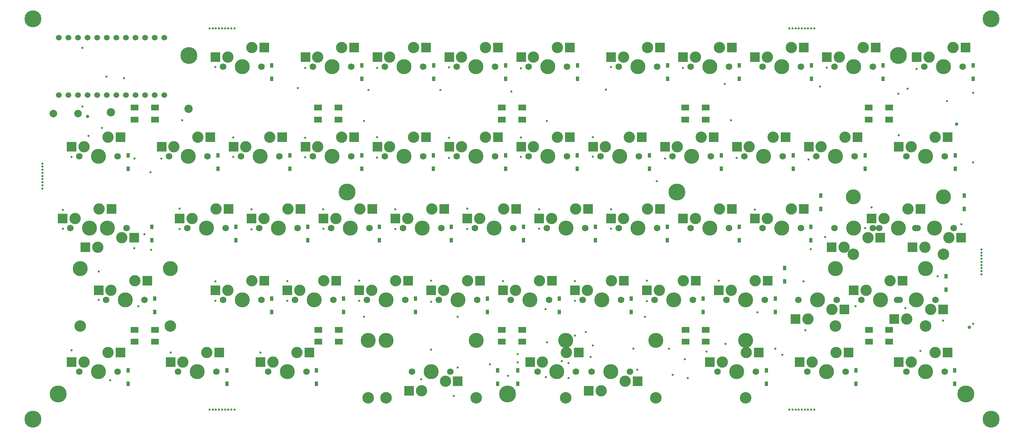
<source format=gbs>
G04 #@! TF.GenerationSoftware,KiCad,Pcbnew,(5.1.9-0-10_14)*
G04 #@! TF.CreationDate,2021-12-01T15:49:55+09:00*
G04 #@! TF.ProjectId,reviung53,72657669-756e-4673-9533-2e6b69636164,1*
G04 #@! TF.SameCoordinates,PX1c9c380PY1c9c380*
G04 #@! TF.FileFunction,Soldermask,Bot*
G04 #@! TF.FilePolarity,Negative*
%FSLAX46Y46*%
G04 Gerber Fmt 4.6, Leading zero omitted, Abs format (unit mm)*
G04 Created by KiCad (PCBNEW (5.1.9-0-10_14)) date 2021-12-01 15:49:55*
%MOMM*%
%LPD*%
G01*
G04 APERTURE LIST*
%ADD10C,4.500000*%
%ADD11C,2.200000*%
%ADD12C,3.000000*%
%ADD13C,3.987800*%
%ADD14C,1.750000*%
%ADD15R,2.550000X2.500000*%
%ADD16C,3.048000*%
%ADD17C,0.600000*%
%ADD18C,1.524000*%
%ADD19R,0.950000X1.300000*%
%ADD20C,2.000000*%
%ADD21R,2.000000X1.500000*%
%ADD22C,0.900000*%
G04 APERTURE END LIST*
D10*
X80130000Y-42880000D03*
X3590000Y-96420000D03*
X244030000Y-96420000D03*
X226200000Y-6600000D03*
X38180000Y-6600000D03*
D11*
X17540000Y-21690000D03*
D10*
X122590000Y-96420000D03*
X167500000Y-42870000D03*
D12*
X99816250Y-95592500D03*
D13*
X102356250Y-90512500D03*
D12*
X106166250Y-93052500D03*
D14*
X107436250Y-90512500D03*
X97276250Y-90512500D03*
D15*
X109441250Y-93052500D03*
X96514250Y-95592500D03*
D16*
X90418250Y-97497500D03*
X114294250Y-97497500D03*
D13*
X90418250Y-82257500D03*
X114294250Y-82257500D03*
D17*
X248190000Y-64700000D03*
X248200000Y-58100000D03*
X248200000Y-63875000D03*
X248200000Y-61400000D03*
X248200000Y-60575000D03*
X248200000Y-59750000D03*
X248200000Y-58925000D03*
X248200000Y-62225000D03*
X248200000Y-63050000D03*
X-590000Y-35300000D03*
X-600000Y-41900000D03*
X-600000Y-36125000D03*
X-600000Y-38600000D03*
X-600000Y-39425000D03*
X-600000Y-40250000D03*
X-600000Y-41075000D03*
X-600000Y-37775000D03*
X-600000Y-36950000D03*
X50300000Y-100610000D03*
X43700000Y-100600000D03*
X49475000Y-100600000D03*
X47000000Y-100600000D03*
X46175000Y-100600000D03*
X45350000Y-100600000D03*
X44525000Y-100600000D03*
X47825000Y-100600000D03*
X48650000Y-100600000D03*
X203900000Y-100610000D03*
X197300000Y-100600000D03*
X203075000Y-100600000D03*
X200600000Y-100600000D03*
X199775000Y-100600000D03*
X198950000Y-100600000D03*
X198125000Y-100600000D03*
X201425000Y-100600000D03*
X202250000Y-100600000D03*
X203900000Y590000D03*
X197300000Y600000D03*
X203075000Y600000D03*
X200600000Y600000D03*
X199775000Y600000D03*
X198950000Y600000D03*
X198125000Y600000D03*
X201425000Y600000D03*
X202250000Y600000D03*
X50300000Y590000D03*
X43700000Y600000D03*
X49475000Y600000D03*
X47000000Y600000D03*
X46175000Y600000D03*
X45350000Y600000D03*
X44525000Y600000D03*
X47825000Y600000D03*
X48650000Y600000D03*
D12*
X112040000Y-66382500D03*
D13*
X109500000Y-71462500D03*
D12*
X105690000Y-68922500D03*
D14*
X104420000Y-71462500D03*
X114580000Y-71462500D03*
D15*
X102415000Y-68922500D03*
X115342000Y-66382500D03*
D10*
X250720000Y3080000D03*
X250730000Y-103120000D03*
X-3120000Y-103120000D03*
X-3120000Y3080000D03*
D11*
X38160000Y-20720000D03*
D18*
X3712000Y-17118600D03*
X6252000Y-17118600D03*
X8792000Y-17118600D03*
X11332000Y-17118600D03*
X13872000Y-17118600D03*
X16412000Y-17118600D03*
X18952000Y-17118600D03*
X21492000Y-17118600D03*
X24032000Y-17118600D03*
X26572000Y-17118600D03*
X29112000Y-17118600D03*
X31652000Y-17118600D03*
X31652000Y-1898600D03*
X29112000Y-1898600D03*
X26572000Y-1898600D03*
X24032000Y-1898600D03*
X21492000Y-1898600D03*
X18952000Y-1898600D03*
X16412000Y-1898600D03*
X13872000Y-1898600D03*
X11332000Y-1898600D03*
X8792000Y-1898600D03*
X6252000Y-1898600D03*
X3712000Y-1898600D03*
D19*
X60150000Y-9225000D03*
X60150000Y-12775000D03*
X84000000Y-9225000D03*
X84000000Y-12775000D03*
X103100000Y-9225000D03*
X103100000Y-12775000D03*
X122100000Y-9225000D03*
X122100000Y-12775000D03*
X141150000Y-9225000D03*
X141150000Y-12775000D03*
X165000000Y-9225000D03*
X165000000Y-12775000D03*
X22100000Y-33125000D03*
X22100000Y-36675000D03*
X45950000Y-33125000D03*
X45950000Y-36675000D03*
X64950000Y-33125000D03*
X64950000Y-36675000D03*
X84000000Y-33125000D03*
X84000000Y-36675000D03*
X103000000Y-33125000D03*
X103000000Y-36675000D03*
X122100000Y-33125000D03*
X122100000Y-36675000D03*
X141100000Y-33125000D03*
X141100000Y-36675000D03*
X160200000Y-33125000D03*
X160200000Y-36675000D03*
X50650000Y-52075000D03*
X50650000Y-55625000D03*
X69700000Y-52075000D03*
X69700000Y-55625000D03*
X88700000Y-52075000D03*
X88700000Y-55625000D03*
X107750000Y-52075000D03*
X107750000Y-55625000D03*
X126850000Y-52075000D03*
X126850000Y-55625000D03*
X145900000Y-52075000D03*
X145900000Y-55625000D03*
X164950000Y-52075000D03*
X164950000Y-55625000D03*
X28380000Y-52075000D03*
X28380000Y-55625000D03*
X29150000Y-71175000D03*
X29150000Y-74725000D03*
X60100000Y-71175000D03*
X60100000Y-74725000D03*
X79200000Y-71175000D03*
X79200000Y-74725000D03*
X98200000Y-71175000D03*
X98200000Y-74725000D03*
X117250000Y-71175000D03*
X117250000Y-74725000D03*
X136300000Y-71175000D03*
X136300000Y-74725000D03*
X155400000Y-71175000D03*
X155400000Y-74725000D03*
X174450000Y-71175000D03*
X174450000Y-74725000D03*
X184000000Y-9225000D03*
X184000000Y-12775000D03*
X203100000Y-9225000D03*
X203100000Y-12775000D03*
X222100000Y-9225000D03*
X222100000Y-12775000D03*
X245950000Y-9225000D03*
X245950000Y-12775000D03*
X179250000Y-33125000D03*
X179250000Y-36675000D03*
X198350000Y-33125000D03*
X198350000Y-36675000D03*
X217350000Y-33125000D03*
X217350000Y-36675000D03*
X241250000Y-33125000D03*
X241250000Y-36675000D03*
X184000000Y-52075000D03*
X184000000Y-55625000D03*
X203000000Y-52075000D03*
X203000000Y-55625000D03*
X243600000Y-43825000D03*
X243600000Y-47375000D03*
X193550000Y-71175000D03*
X193550000Y-74725000D03*
X238800000Y-65225000D03*
X238800000Y-68775000D03*
X205600000Y-43825000D03*
X205600000Y-47375000D03*
X196000000Y-63025000D03*
X196000000Y-66575000D03*
X22130000Y-90225000D03*
X22130000Y-93775000D03*
X48290000Y-90225000D03*
X48290000Y-93775000D03*
X72000000Y-90225000D03*
X72000000Y-93775000D03*
X120000000Y-90225000D03*
X120000000Y-93775000D03*
X191200000Y-90225000D03*
X191200000Y-93775000D03*
X214950000Y-90225000D03*
X214950000Y-93775000D03*
X241100000Y-90225000D03*
X241100000Y-93775000D03*
X125350000Y-90225000D03*
X125350000Y-93775000D03*
D20*
X2350000Y-22000000D03*
X8850000Y-22000000D03*
D21*
X29250000Y-20450000D03*
X29250000Y-23650000D03*
X23850000Y-20450000D03*
X23850000Y-23650000D03*
X77850000Y-20450000D03*
X77850000Y-23650000D03*
X72450000Y-20450000D03*
X72450000Y-23650000D03*
X126500000Y-20450000D03*
X126500000Y-23650000D03*
X121100000Y-20450000D03*
X121100000Y-23650000D03*
X175100000Y-20450000D03*
X175100000Y-23650000D03*
X169700000Y-20450000D03*
X169700000Y-23650000D03*
X223700000Y-20450000D03*
X223700000Y-23650000D03*
X218300000Y-20450000D03*
X218300000Y-23650000D03*
X223750000Y-79400000D03*
X223750000Y-82600000D03*
X218350000Y-79400000D03*
X218350000Y-82600000D03*
X175150000Y-79400000D03*
X175150000Y-82600000D03*
X169750000Y-79400000D03*
X169750000Y-82600000D03*
X126500000Y-79400000D03*
X126500000Y-82600000D03*
X121100000Y-79400000D03*
X121100000Y-82600000D03*
X77900000Y-79400000D03*
X77900000Y-82600000D03*
X72500000Y-79400000D03*
X72500000Y-82600000D03*
X29250000Y-79400000D03*
X29250000Y-82600000D03*
X23850000Y-79400000D03*
X23850000Y-82600000D03*
D12*
X54890000Y-4470000D03*
D13*
X52350000Y-9550000D03*
D12*
X48540000Y-7010000D03*
D14*
X47270000Y-9550000D03*
X57430000Y-9550000D03*
D15*
X45265000Y-7010000D03*
X58192000Y-4470000D03*
D12*
X78702500Y-4470000D03*
D13*
X76162500Y-9550000D03*
D12*
X72352500Y-7010000D03*
D14*
X71082500Y-9550000D03*
X81242500Y-9550000D03*
D15*
X69077500Y-7010000D03*
X82004500Y-4470000D03*
D12*
X97752500Y-4470000D03*
D13*
X95212500Y-9550000D03*
D12*
X91402500Y-7010000D03*
D14*
X90132500Y-9550000D03*
X100292500Y-9550000D03*
D15*
X88127500Y-7010000D03*
X101054500Y-4470000D03*
D12*
X116802500Y-4470000D03*
D13*
X114262500Y-9550000D03*
D12*
X110452500Y-7010000D03*
D14*
X109182500Y-9550000D03*
X119342500Y-9550000D03*
D15*
X107177500Y-7010000D03*
X120104500Y-4470000D03*
D12*
X135852500Y-4470000D03*
D13*
X133312500Y-9550000D03*
D12*
X129502500Y-7010000D03*
D14*
X128232500Y-9550000D03*
X138392500Y-9550000D03*
D15*
X126227500Y-7010000D03*
X139154500Y-4470000D03*
D12*
X159665000Y-4470000D03*
D13*
X157125000Y-9550000D03*
D12*
X153315000Y-7010000D03*
D14*
X152045000Y-9550000D03*
X162205000Y-9550000D03*
D15*
X150040000Y-7010000D03*
X162967000Y-4470000D03*
D12*
X16790000Y-28282500D03*
D13*
X14250000Y-33362500D03*
D12*
X10440000Y-30822500D03*
D14*
X9170000Y-33362500D03*
X19330000Y-33362500D03*
D15*
X7165000Y-30822500D03*
X20092000Y-28282500D03*
D12*
X40602500Y-28282500D03*
D13*
X38062500Y-33362500D03*
D12*
X34252500Y-30822500D03*
D14*
X32982500Y-33362500D03*
X43142500Y-33362500D03*
D15*
X30977500Y-30822500D03*
X43904500Y-28282500D03*
D12*
X59652500Y-28282500D03*
D13*
X57112500Y-33362500D03*
D12*
X53302500Y-30822500D03*
D14*
X52032500Y-33362500D03*
X62192500Y-33362500D03*
D15*
X50027500Y-30822500D03*
X62954500Y-28282500D03*
D12*
X78702500Y-28282500D03*
D13*
X76162500Y-33362500D03*
D12*
X72352500Y-30822500D03*
D14*
X71082500Y-33362500D03*
X81242500Y-33362500D03*
D15*
X69077500Y-30822500D03*
X82004500Y-28282500D03*
D12*
X97752500Y-28282500D03*
D13*
X95212500Y-33362500D03*
D12*
X91402500Y-30822500D03*
D14*
X90132500Y-33362500D03*
X100292500Y-33362500D03*
D15*
X88127500Y-30822500D03*
X101054500Y-28282500D03*
D12*
X116802500Y-28282500D03*
D13*
X114262500Y-33362500D03*
D12*
X110452500Y-30822500D03*
D14*
X109182500Y-33362500D03*
X119342500Y-33362500D03*
D15*
X107177500Y-30822500D03*
X120104500Y-28282500D03*
D12*
X135852500Y-28282500D03*
D13*
X133312500Y-33362500D03*
D12*
X129502500Y-30822500D03*
D14*
X128232500Y-33362500D03*
X138392500Y-33362500D03*
D15*
X126227500Y-30822500D03*
X139154500Y-28282500D03*
D12*
X154902500Y-28282500D03*
D13*
X152362500Y-33362500D03*
D12*
X148552500Y-30822500D03*
D14*
X147282500Y-33362500D03*
X157442500Y-33362500D03*
D15*
X145277500Y-30822500D03*
X158204500Y-28282500D03*
D12*
X14091250Y-57492500D03*
D13*
X16631250Y-52412500D03*
D12*
X20441250Y-54952500D03*
D14*
X21711250Y-52412500D03*
X11551250Y-52412500D03*
D15*
X23716250Y-54952500D03*
X10789250Y-57492500D03*
D12*
X45365000Y-47332500D03*
D13*
X42825000Y-52412500D03*
D12*
X39015000Y-49872500D03*
D14*
X37745000Y-52412500D03*
X47905000Y-52412500D03*
D15*
X35740000Y-49872500D03*
X48667000Y-47332500D03*
D12*
X64415000Y-47332500D03*
D13*
X61875000Y-52412500D03*
D12*
X58065000Y-49872500D03*
D14*
X56795000Y-52412500D03*
X66955000Y-52412500D03*
D15*
X54790000Y-49872500D03*
X67717000Y-47332500D03*
D12*
X83465000Y-47332500D03*
D13*
X80925000Y-52412500D03*
D12*
X77115000Y-49872500D03*
D14*
X75845000Y-52412500D03*
X86005000Y-52412500D03*
D15*
X73840000Y-49872500D03*
X86767000Y-47332500D03*
D12*
X102515000Y-47332500D03*
D13*
X99975000Y-52412500D03*
D12*
X96165000Y-49872500D03*
D14*
X94895000Y-52412500D03*
X105055000Y-52412500D03*
D15*
X92890000Y-49872500D03*
X105817000Y-47332500D03*
D12*
X121565000Y-47332500D03*
D13*
X119025000Y-52412500D03*
D12*
X115215000Y-49872500D03*
D14*
X113945000Y-52412500D03*
X124105000Y-52412500D03*
D15*
X111940000Y-49872500D03*
X124867000Y-47332500D03*
D12*
X140615000Y-47332500D03*
D13*
X138075000Y-52412500D03*
D12*
X134265000Y-49872500D03*
D14*
X132995000Y-52412500D03*
X143155000Y-52412500D03*
D15*
X130990000Y-49872500D03*
X143917000Y-47332500D03*
D12*
X159665000Y-47332500D03*
D13*
X157125000Y-52412500D03*
D12*
X153315000Y-49872500D03*
D14*
X152045000Y-52412500D03*
X162205000Y-52412500D03*
D15*
X150040000Y-49872500D03*
X162967000Y-47332500D03*
D12*
X23933750Y-66382500D03*
D13*
X21393750Y-71462500D03*
D12*
X17583750Y-68922500D03*
D14*
X16313750Y-71462500D03*
X26473750Y-71462500D03*
D15*
X14308750Y-68922500D03*
X27235750Y-66382500D03*
D16*
X33331750Y-78447500D03*
X9455750Y-78447500D03*
D13*
X33331750Y-63207500D03*
X9455750Y-63207500D03*
D12*
X54890000Y-66382500D03*
D13*
X52350000Y-71462500D03*
D12*
X48540000Y-68922500D03*
D14*
X47270000Y-71462500D03*
X57430000Y-71462500D03*
D15*
X45265000Y-68922500D03*
X58192000Y-66382500D03*
D12*
X73940000Y-66382500D03*
D13*
X71400000Y-71462500D03*
D12*
X67590000Y-68922500D03*
D14*
X66320000Y-71462500D03*
X76480000Y-71462500D03*
D15*
X64315000Y-68922500D03*
X77242000Y-66382500D03*
D12*
X92990000Y-66382500D03*
D13*
X90450000Y-71462500D03*
D12*
X86640000Y-68922500D03*
D14*
X85370000Y-71462500D03*
X95530000Y-71462500D03*
D15*
X83365000Y-68922500D03*
X96292000Y-66382500D03*
D12*
X131090000Y-66382500D03*
D13*
X128550000Y-71462500D03*
D12*
X124740000Y-68922500D03*
D14*
X123470000Y-71462500D03*
X133630000Y-71462500D03*
D15*
X121465000Y-68922500D03*
X134392000Y-66382500D03*
D12*
X150140000Y-66382500D03*
D13*
X147600000Y-71462500D03*
D12*
X143790000Y-68922500D03*
D14*
X142520000Y-71462500D03*
X152680000Y-71462500D03*
D15*
X140515000Y-68922500D03*
X153442000Y-66382500D03*
D12*
X169190000Y-66382500D03*
D13*
X166650000Y-71462500D03*
D12*
X162840000Y-68922500D03*
D14*
X161570000Y-71462500D03*
X171730000Y-71462500D03*
D15*
X159565000Y-68922500D03*
X172492000Y-66382500D03*
D12*
X178715000Y-4470000D03*
D13*
X176175000Y-9550000D03*
D12*
X172365000Y-7010000D03*
D14*
X171095000Y-9550000D03*
X181255000Y-9550000D03*
D15*
X169090000Y-7010000D03*
X182017000Y-4470000D03*
D12*
X197765000Y-4470000D03*
D13*
X195225000Y-9550000D03*
D12*
X191415000Y-7010000D03*
D14*
X190145000Y-9550000D03*
X200305000Y-9550000D03*
D15*
X188140000Y-7010000D03*
X201067000Y-4470000D03*
D12*
X216815000Y-4470000D03*
D13*
X214275000Y-9550000D03*
D12*
X210465000Y-7010000D03*
D14*
X209195000Y-9550000D03*
X219355000Y-9550000D03*
D15*
X207190000Y-7010000D03*
X220117000Y-4470000D03*
D12*
X240627500Y-4470000D03*
D13*
X238087500Y-9550000D03*
D12*
X234277500Y-7010000D03*
D14*
X233007500Y-9550000D03*
X243167500Y-9550000D03*
D15*
X231002500Y-7010000D03*
X243929500Y-4470000D03*
D12*
X173952500Y-28282500D03*
D13*
X171412500Y-33362500D03*
D12*
X167602500Y-30822500D03*
D14*
X166332500Y-33362500D03*
X176492500Y-33362500D03*
D15*
X164327500Y-30822500D03*
X177254500Y-28282500D03*
D12*
X193002500Y-28282500D03*
D13*
X190462500Y-33362500D03*
D12*
X186652500Y-30822500D03*
D14*
X185382500Y-33362500D03*
X195542500Y-33362500D03*
D15*
X183377500Y-30822500D03*
X196304500Y-28282500D03*
D12*
X212052500Y-28282500D03*
D13*
X209512500Y-33362500D03*
D12*
X205702500Y-30822500D03*
D14*
X204432500Y-33362500D03*
X214592500Y-33362500D03*
D15*
X202427500Y-30822500D03*
X215354500Y-28282500D03*
D12*
X235865000Y-28282500D03*
D13*
X233325000Y-33362500D03*
D12*
X229515000Y-30822500D03*
D14*
X228245000Y-33362500D03*
X238405000Y-33362500D03*
D15*
X226240000Y-30822500D03*
X239167000Y-28282500D03*
D12*
X178715000Y-47332500D03*
D13*
X176175000Y-52412500D03*
D12*
X172365000Y-49872500D03*
D14*
X171095000Y-52412500D03*
X181255000Y-52412500D03*
D15*
X169090000Y-49872500D03*
X182017000Y-47332500D03*
D12*
X197765000Y-47332500D03*
D13*
X195225000Y-52412500D03*
D12*
X191415000Y-49872500D03*
D14*
X190145000Y-52412500D03*
X200305000Y-52412500D03*
D15*
X188140000Y-49872500D03*
X201067000Y-47332500D03*
D12*
X211735000Y-57492500D03*
D13*
X214275000Y-52412500D03*
D12*
X218085000Y-54952500D03*
D14*
X219355000Y-52412500D03*
X209195000Y-52412500D03*
D15*
X221360000Y-54952500D03*
X208433000Y-57492500D03*
D12*
X228721250Y-47332500D03*
D13*
X226181250Y-52412500D03*
D12*
X222371250Y-49872500D03*
D14*
X221101250Y-52412500D03*
X231261250Y-52412500D03*
D15*
X219096250Y-49872500D03*
X232023250Y-47332500D03*
D16*
X238119250Y-59397500D03*
X214243250Y-59397500D03*
D13*
X238119250Y-44157500D03*
X214243250Y-44157500D03*
D12*
X233166250Y-57492500D03*
D13*
X235706250Y-52412500D03*
D12*
X239516250Y-54952500D03*
D14*
X240786250Y-52412500D03*
X230626250Y-52412500D03*
D15*
X242791250Y-54952500D03*
X229864250Y-57492500D03*
D12*
X138233750Y-85432500D03*
D13*
X135693750Y-90512500D03*
D12*
X131883750Y-87972500D03*
D14*
X130613750Y-90512500D03*
X140773750Y-90512500D03*
D15*
X128608750Y-87972500D03*
X141535750Y-85432500D03*
D16*
X185693650Y-97497500D03*
X85693850Y-97497500D03*
D13*
X185693650Y-82257500D03*
X85693850Y-82257500D03*
D12*
X147441250Y-95592500D03*
D13*
X149981250Y-90512500D03*
D12*
X153791250Y-93052500D03*
D14*
X155061250Y-90512500D03*
X144901250Y-90512500D03*
D15*
X157066250Y-93052500D03*
X144139250Y-95592500D03*
D16*
X138043250Y-97497500D03*
X161919250Y-97497500D03*
D13*
X138043250Y-82257500D03*
X161919250Y-82257500D03*
D12*
X188240000Y-66382500D03*
D13*
X185700000Y-71462500D03*
D12*
X181890000Y-68922500D03*
D14*
X180620000Y-71462500D03*
X190780000Y-71462500D03*
D15*
X178615000Y-68922500D03*
X191542000Y-66382500D03*
D12*
X202210000Y-76542500D03*
D13*
X204750000Y-71462500D03*
D12*
X208560000Y-74002500D03*
D14*
X209830000Y-71462500D03*
X199670000Y-71462500D03*
D15*
X211835000Y-74002500D03*
X198908000Y-76542500D03*
D12*
X228403750Y-76542500D03*
D13*
X230943750Y-71462500D03*
D12*
X234753750Y-74002500D03*
D14*
X236023750Y-71462500D03*
X225863750Y-71462500D03*
D15*
X238028750Y-74002500D03*
X225101750Y-76542500D03*
D12*
X16790000Y-85432500D03*
D13*
X14250000Y-90512500D03*
D12*
X10440000Y-87972500D03*
D14*
X9170000Y-90512500D03*
X19330000Y-90512500D03*
D15*
X7165000Y-87972500D03*
X20092000Y-85432500D03*
D12*
X42983750Y-85432500D03*
D13*
X40443750Y-90512500D03*
D12*
X36633750Y-87972500D03*
D14*
X35363750Y-90512500D03*
X45523750Y-90512500D03*
D15*
X33358750Y-87972500D03*
X46285750Y-85432500D03*
D12*
X66796250Y-85432500D03*
D13*
X64256250Y-90512500D03*
D12*
X60446250Y-87972500D03*
D14*
X59176250Y-90512500D03*
X69336250Y-90512500D03*
D15*
X57171250Y-87972500D03*
X70098250Y-85432500D03*
D12*
X185858750Y-85432500D03*
D13*
X183318750Y-90512500D03*
D12*
X179508750Y-87972500D03*
D14*
X178238750Y-90512500D03*
X188398750Y-90512500D03*
D15*
X176233750Y-87972500D03*
X189160750Y-85432500D03*
D12*
X209671250Y-85432500D03*
D13*
X207131250Y-90512500D03*
D12*
X203321250Y-87972500D03*
D14*
X202051250Y-90512500D03*
X212211250Y-90512500D03*
D15*
X200046250Y-87972500D03*
X212973250Y-85432500D03*
D12*
X235865000Y-85432500D03*
D13*
X233325000Y-90512500D03*
D12*
X229515000Y-87972500D03*
D14*
X228245000Y-90512500D03*
X238405000Y-90512500D03*
D15*
X226240000Y-87972500D03*
X239167000Y-85432500D03*
D12*
X223958750Y-66382500D03*
D13*
X221418750Y-71462500D03*
D12*
X217608750Y-68922500D03*
D14*
X216338750Y-71462500D03*
X226498750Y-71462500D03*
D15*
X214333750Y-68922500D03*
X227260750Y-66382500D03*
D16*
X233356750Y-78447500D03*
X209480750Y-78447500D03*
D13*
X233356750Y-63207500D03*
X209480750Y-63207500D03*
D15*
X17710750Y-47332500D03*
X4783750Y-49872500D03*
D14*
X16948750Y-52412500D03*
X6788750Y-52412500D03*
D12*
X8058750Y-49872500D03*
D13*
X11868750Y-52412500D03*
D12*
X14408750Y-47332500D03*
D17*
X169600000Y-87200000D03*
X16400000Y-12200000D03*
X23800000Y-34000000D03*
X26400000Y-54000000D03*
X24800000Y-73200000D03*
X245950000Y-16550000D03*
X28025001Y-37625001D03*
X246000000Y-35000000D03*
X28200000Y-58200000D03*
X203000000Y-58000000D03*
X201000000Y-66600000D03*
X236575000Y-65225000D03*
X228000000Y-73638000D03*
X17400000Y-92800000D03*
X138800000Y-88200000D03*
X138800000Y-92200000D03*
X125350000Y-85900000D03*
X125350000Y-88050000D03*
X133160000Y-82710000D03*
X132800000Y-92000000D03*
X156000000Y-84400000D03*
X144600000Y-86600000D03*
X143400000Y-80000000D03*
X165400000Y-84400000D03*
X170400000Y-92200000D03*
X193600000Y-84400000D03*
X175400000Y-85200000D03*
X214800000Y-73200000D03*
X217400000Y-52400000D03*
X206800000Y-54800000D03*
X181800000Y-23800000D03*
X133000000Y-24000000D03*
X84600000Y-24000000D03*
X108400000Y-97000000D03*
X99800000Y-92600000D03*
X122800000Y-91600000D03*
X118000000Y-88600000D03*
X36400000Y-23800000D03*
X201500000Y-79500000D03*
X140500000Y-81000000D03*
X150065000Y-9665000D03*
X145265000Y-28335000D03*
X145265000Y-33465000D03*
X150015000Y-47415000D03*
X150015000Y-52585000D03*
X159565000Y-66435000D03*
X159565000Y-71835000D03*
X166400000Y-91400000D03*
X226215000Y-27815000D03*
X226200000Y-16800000D03*
X148700000Y-15700000D03*
D22*
X11400000Y-22800000D03*
X245000000Y-78800000D03*
X241599999Y-24800001D03*
D17*
X10000000Y-20200000D03*
X10000000Y-4600000D03*
X246000000Y-77800000D03*
X239000000Y-18750000D03*
X57165000Y-85435000D03*
X64315000Y-71715000D03*
X64315000Y-66485000D03*
X54765000Y-52765000D03*
X54765000Y-47435000D03*
X50015000Y-33585000D03*
X50015000Y-28415000D03*
X45265000Y-9665000D03*
X21000000Y-12600000D03*
X207215000Y-9815000D03*
X205400000Y-14800000D03*
X219065000Y-46935000D03*
X69065000Y-9935000D03*
X83365000Y-71765000D03*
X83365000Y-66435000D03*
X73815000Y-52585000D03*
X73800000Y-47400000D03*
X69065000Y-33665000D03*
X69065000Y-28465000D03*
X231015000Y-10185000D03*
X228600000Y-15400000D03*
X67100000Y-15300000D03*
X242835000Y-51435000D03*
X109400000Y-89400000D03*
X109400000Y-76000000D03*
X84600000Y-76000000D03*
X102415000Y-66415000D03*
X92865000Y-52665000D03*
X92865000Y-47465000D03*
X88115000Y-33715000D03*
X88115000Y-28315000D03*
X88115000Y-9915000D03*
X102415000Y-71985000D03*
X157035000Y-90035000D03*
X159000000Y-76000000D03*
X178615000Y-66415000D03*
X164365000Y-33965000D03*
X85800000Y-15800000D03*
X102415000Y-84665000D03*
X121465000Y-66465000D03*
X111915000Y-52715000D03*
X111915000Y-47285000D03*
X107165000Y-33765000D03*
X107165000Y-28435000D03*
X107165000Y-9765000D03*
X132700000Y-73900000D03*
X183365000Y-33765000D03*
X104800000Y-15800000D03*
X180400000Y-83200000D03*
X188800000Y-74800000D03*
X136975000Y-87775000D03*
X126215000Y-9985000D03*
X126215000Y-28415000D03*
X126215000Y-33585000D03*
X130965000Y-47435000D03*
X130965000Y-52565000D03*
X140515000Y-66485000D03*
X140515000Y-71715000D03*
X123600000Y-16200000D03*
X145200000Y-83600000D03*
X238035000Y-76965000D03*
X232000000Y-85000000D03*
X202415000Y-34185000D03*
X195400000Y-86000000D03*
X7165000Y-33565000D03*
X14315000Y-71485000D03*
X7135000Y-84865000D03*
X14315000Y-63915000D03*
X23735000Y-57735000D03*
X169115000Y-9915000D03*
X162200000Y-40000000D03*
X11600000Y-28000000D03*
X4835000Y-47635000D03*
X4835000Y-52565000D03*
X33365000Y-85435000D03*
X45265000Y-71735000D03*
X45265000Y-66535000D03*
X35715000Y-52715000D03*
X35715000Y-47285000D03*
X30965000Y-33965000D03*
X188115000Y-47485000D03*
X180200000Y-14200000D03*
X15200000Y-25800000D03*
M02*

</source>
